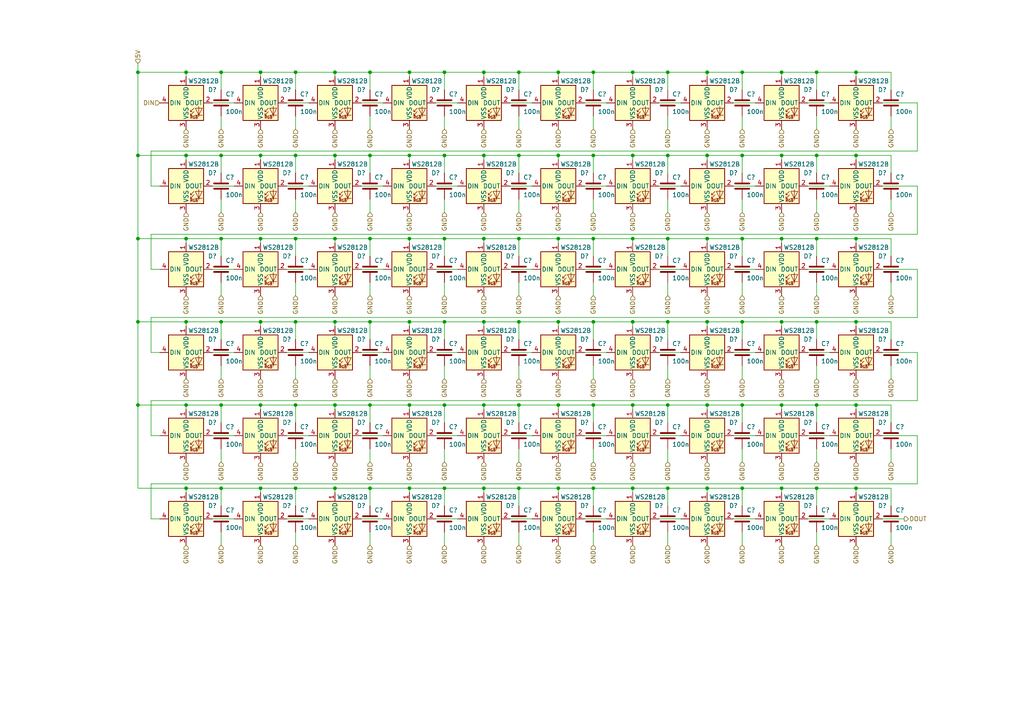
<source format=kicad_sch>
(kicad_sch (version 20211123) (generator eeschema)
  (paper "A4")
  (junction (at 205.105 20.955))
  (junction (at 205.105 117.475))
  (junction (at 236.855 69.215))
  (junction (at 236.855 117.475))
  (junction (at 53.975 117.475))
  (junction (at 215.265 45.085))
  (junction (at 107.315 117.475))
  (junction (at 53.975 20.955))
  (junction (at 193.675 45.085))
  (junction (at 205.105 141.605))
  (junction (at 118.745 93.345))
  (junction (at 183.515 93.345))
  (junction (at 75.565 45.085))
  (junction (at 53.975 93.345))
  (junction (at 150.495 20.955))
  (junction (at 40.005 69.215))
  (junction (at 140.335 93.345))
  (junction (at 150.495 69.215))
  (junction (at 183.515 141.605))
  (junction (at 161.925 20.955))
  (junction (at 97.155 93.345))
  (junction (at 215.265 117.475))
  (junction (at 183.515 69.215))
  (junction (at 85.725 141.605))
  (junction (at 248.285 45.085))
  (junction (at 75.565 69.215))
  (junction (at 97.155 141.605))
  (junction (at 193.675 20.955))
  (junction (at 107.315 69.215))
  (junction (at 128.905 45.085))
  (junction (at 128.905 141.605))
  (junction (at 172.085 117.475))
  (junction (at 248.285 69.215))
  (junction (at 107.315 45.085))
  (junction (at 161.925 93.345))
  (junction (at 97.155 45.085))
  (junction (at 172.085 141.605))
  (junction (at 172.085 93.345))
  (junction (at 248.285 93.345))
  (junction (at 183.515 117.475))
  (junction (at 150.495 117.475))
  (junction (at 140.335 45.085))
  (junction (at 85.725 117.475))
  (junction (at 128.905 117.475))
  (junction (at 85.725 69.215))
  (junction (at 140.335 141.605))
  (junction (at 205.105 45.085))
  (junction (at 64.135 20.955))
  (junction (at 107.315 93.345))
  (junction (at 215.265 93.345))
  (junction (at 236.855 93.345))
  (junction (at 40.005 117.475))
  (junction (at 75.565 117.475))
  (junction (at 75.565 141.605))
  (junction (at 64.135 117.475))
  (junction (at 75.565 93.345))
  (junction (at 215.265 141.605))
  (junction (at 40.005 45.085))
  (junction (at 226.695 69.215))
  (junction (at 118.745 117.475))
  (junction (at 226.695 117.475))
  (junction (at 150.495 93.345))
  (junction (at 97.155 117.475))
  (junction (at 226.695 141.605))
  (junction (at 97.155 20.955))
  (junction (at 248.285 141.605))
  (junction (at 140.335 117.475))
  (junction (at 183.515 20.955))
  (junction (at 118.745 141.605))
  (junction (at 85.725 45.085))
  (junction (at 140.335 69.215))
  (junction (at 128.905 20.955))
  (junction (at 64.135 45.085))
  (junction (at 107.315 20.955))
  (junction (at 205.105 69.215))
  (junction (at 140.335 20.955))
  (junction (at 150.495 141.605))
  (junction (at 53.975 141.605))
  (junction (at 215.265 69.215))
  (junction (at 161.925 141.605))
  (junction (at 172.085 20.955))
  (junction (at 97.155 69.215))
  (junction (at 107.315 141.605))
  (junction (at 40.005 20.955))
  (junction (at 118.745 45.085))
  (junction (at 248.285 20.955))
  (junction (at 193.675 141.605))
  (junction (at 161.925 45.085))
  (junction (at 172.085 69.215))
  (junction (at 183.515 45.085))
  (junction (at 118.745 20.955))
  (junction (at 226.695 45.085))
  (junction (at 205.105 93.345))
  (junction (at 236.855 45.085))
  (junction (at 40.005 93.345))
  (junction (at 128.905 69.215))
  (junction (at 64.135 69.215))
  (junction (at 53.975 45.085))
  (junction (at 85.725 20.955))
  (junction (at 236.855 20.955))
  (junction (at 215.265 20.955))
  (junction (at 150.495 45.085))
  (junction (at 75.565 20.955))
  (junction (at 248.285 117.475))
  (junction (at 64.135 141.605))
  (junction (at 193.675 117.475))
  (junction (at 161.925 69.215))
  (junction (at 226.695 20.955))
  (junction (at 193.675 93.345))
  (junction (at 53.975 69.215))
  (junction (at 236.855 141.605))
  (junction (at 128.905 93.345))
  (junction (at 85.725 93.345))
  (junction (at 118.745 69.215))
  (junction (at 172.085 45.085))
  (junction (at 64.135 93.345))
  (junction (at 193.675 69.215))
  (junction (at 226.695 93.345))
  (junction (at 161.925 117.475))
  (wire (pts (xy 172.085 98.425) (xy 172.085 93.345)))
  (wire (pts (xy 128.905 69.215) (xy 140.335 69.215)))
  (wire (pts (xy 172.085 130.175) (xy 172.085 133.985)))
  (wire (pts (xy 53.975 141.605) (xy 53.975 142.875)))
  (wire (pts (xy 128.905 141.605) (xy 140.335 141.605)))
  (wire (pts (xy 85.725 93.345) (xy 97.155 93.345)))
  (wire (pts (xy 236.855 45.085) (xy 248.285 45.085)))
  (wire (pts (xy 128.905 130.175) (xy 128.905 133.985)))
  (wire (pts (xy 150.495 106.045) (xy 150.495 109.855)))
  (wire (pts (xy 104.775 53.975) (xy 111.125 53.975)))
  (wire (pts (xy 258.445 81.915) (xy 258.445 85.725)))
  (wire (pts (xy 46.355 78.105) (xy 43.815 78.105)))
  (wire (pts (xy 248.285 141.605) (xy 248.285 142.875)))
  (wire (pts (xy 255.905 126.365) (xy 266.065 126.365)))
  (wire (pts (xy 147.955 29.845) (xy 154.305 29.845)))
  (wire (pts (xy 193.675 141.605) (xy 205.105 141.605)))
  (wire (pts (xy 53.975 20.955) (xy 64.135 20.955)))
  (wire (pts (xy 191.135 102.235) (xy 197.485 102.235)))
  (wire (pts (xy 215.265 69.215) (xy 205.105 69.215)))
  (wire (pts (xy 193.675 117.475) (xy 183.515 117.475)))
  (wire (pts (xy 183.515 20.955) (xy 183.515 22.225)))
  (wire (pts (xy 193.675 93.345) (xy 183.515 93.345)))
  (wire (pts (xy 191.135 53.975) (xy 197.485 53.975)))
  (wire (pts (xy 258.445 130.175) (xy 258.445 133.985)))
  (wire (pts (xy 236.855 141.605) (xy 226.695 141.605)))
  (wire (pts (xy 128.905 117.475) (xy 140.335 117.475)))
  (wire (pts (xy 215.265 26.035) (xy 215.265 20.955)))
  (wire (pts (xy 172.085 93.345) (xy 161.925 93.345)))
  (wire (pts (xy 75.565 20.955) (xy 75.565 22.225)))
  (wire (pts (xy 83.185 53.975) (xy 89.535 53.975)))
  (wire (pts (xy 85.725 93.345) (xy 75.565 93.345)))
  (wire (pts (xy 64.135 33.655) (xy 64.135 37.465)))
  (wire (pts (xy 97.155 69.215) (xy 97.155 70.485)))
  (wire (pts (xy 107.315 130.175) (xy 107.315 133.985)))
  (wire (pts (xy 161.925 117.475) (xy 161.925 118.745)))
  (wire (pts (xy 128.905 146.685) (xy 128.905 141.605)))
  (wire (pts (xy 172.085 69.215) (xy 161.925 69.215)))
  (wire (pts (xy 258.445 98.425) (xy 258.445 93.345)))
  (wire (pts (xy 53.975 20.955) (xy 53.975 22.225)))
  (wire (pts (xy 169.545 29.845) (xy 175.895 29.845)))
  (wire (pts (xy 128.905 57.785) (xy 128.905 61.595)))
  (wire (pts (xy 128.905 81.915) (xy 128.905 85.725)))
  (wire (pts (xy 128.905 106.045) (xy 128.905 109.855)))
  (wire (pts (xy 140.335 93.345) (xy 140.335 94.615)))
  (wire (pts (xy 61.595 126.365) (xy 67.945 126.365)))
  (wire (pts (xy 258.445 74.295) (xy 258.445 69.215)))
  (wire (pts (xy 183.515 69.215) (xy 183.515 70.485)))
  (wire (pts (xy 107.315 69.215) (xy 118.745 69.215)))
  (wire (pts (xy 234.315 126.365) (xy 240.665 126.365)))
  (wire (pts (xy 128.905 74.295) (xy 128.905 69.215)))
  (wire (pts (xy 193.675 57.785) (xy 193.675 61.595)))
  (wire (pts (xy 85.725 74.295) (xy 85.725 69.215)))
  (wire (pts (xy 128.905 98.425) (xy 128.905 93.345)))
  (wire (pts (xy 64.135 93.345) (xy 64.135 98.425)))
  (wire (pts (xy 193.675 74.295) (xy 193.675 69.215)))
  (wire (pts (xy 193.675 50.165) (xy 193.675 45.085)))
  (wire (pts (xy 64.135 20.955) (xy 64.135 26.035)))
  (wire (pts (xy 64.135 81.915) (xy 64.135 85.725)))
  (wire (pts (xy 226.695 93.345) (xy 226.695 94.615)))
  (wire (pts (xy 64.135 141.605) (xy 75.565 141.605)))
  (wire (pts (xy 150.495 33.655) (xy 150.495 37.465)))
  (wire (pts (xy 236.855 154.305) (xy 236.855 158.115)))
  (wire (pts (xy 193.675 122.555) (xy 193.675 117.475)))
  (wire (pts (xy 40.005 18.415) (xy 40.005 20.955)))
  (wire (pts (xy 191.135 126.365) (xy 197.485 126.365)))
  (wire (pts (xy 215.265 117.475) (xy 205.105 117.475)))
  (wire (pts (xy 128.905 117.475) (xy 118.745 117.475)))
  (wire (pts (xy 107.315 141.605) (xy 97.155 141.605)))
  (wire (pts (xy 258.445 146.685) (xy 258.445 141.605)))
  (wire (pts (xy 64.135 45.085) (xy 75.565 45.085)))
  (wire (pts (xy 64.135 117.475) (xy 64.135 122.555)))
  (wire (pts (xy 215.265 69.215) (xy 226.695 69.215)))
  (wire (pts (xy 107.315 69.215) (xy 97.155 69.215)))
  (wire (pts (xy 226.695 69.215) (xy 226.695 70.485)))
  (wire (pts (xy 64.135 130.175) (xy 64.135 133.985)))
  (wire (pts (xy 43.815 150.495) (xy 46.355 150.495)))
  (wire (pts (xy 147.955 102.235) (xy 154.305 102.235)))
  (wire (pts (xy 150.495 69.215) (xy 161.925 69.215)))
  (wire (pts (xy 43.815 67.945) (xy 266.065 67.945)))
  (wire (pts (xy 172.085 20.955) (xy 161.925 20.955)))
  (wire (pts (xy 43.815 126.365) (xy 43.815 116.205)))
  (wire (pts (xy 172.085 33.655) (xy 172.085 37.465)))
  (wire (pts (xy 107.315 57.785) (xy 107.315 61.595)))
  (wire (pts (xy 150.495 122.555) (xy 150.495 117.475)))
  (wire (pts (xy 83.185 29.845) (xy 89.535 29.845)))
  (wire (pts (xy 193.675 146.685) (xy 193.675 141.605)))
  (wire (pts (xy 147.955 126.365) (xy 154.305 126.365)))
  (wire (pts (xy 215.265 57.785) (xy 215.265 61.595)))
  (wire (pts (xy 150.495 20.955) (xy 161.925 20.955)))
  (wire (pts (xy 169.545 78.105) (xy 175.895 78.105)))
  (wire (pts (xy 128.905 45.085) (xy 118.745 45.085)))
  (wire (pts (xy 97.155 45.085) (xy 97.155 46.355)))
  (wire (pts (xy 85.725 141.605) (xy 75.565 141.605)))
  (wire (pts (xy 258.445 45.085) (xy 248.285 45.085)))
  (wire (pts (xy 172.085 117.475) (xy 161.925 117.475)))
  (wire (pts (xy 64.135 69.215) (xy 75.565 69.215)))
  (wire (pts (xy 85.725 20.955) (xy 75.565 20.955)))
  (wire (pts (xy 248.285 117.475) (xy 248.285 118.745)))
  (wire (pts (xy 85.725 117.475) (xy 97.155 117.475)))
  (wire (pts (xy 215.265 122.555) (xy 215.265 117.475)))
  (wire (pts (xy 150.495 26.035) (xy 150.495 20.955)))
  (wire (pts (xy 226.695 117.475) (xy 226.695 118.745)))
  (wire (pts (xy 193.675 20.955) (xy 205.105 20.955)))
  (wire (pts (xy 193.675 45.085) (xy 205.105 45.085)))
  (wire (pts (xy 234.315 102.235) (xy 240.665 102.235)))
  (wire (pts (xy 53.975 69.215) (xy 53.975 70.485)))
  (wire (pts (xy 126.365 102.235) (xy 132.715 102.235)))
  (wire (pts (xy 236.855 74.295) (xy 236.855 69.215)))
  (wire (pts (xy 126.365 29.845) (xy 132.715 29.845)))
  (wire (pts (xy 97.155 93.345) (xy 97.155 94.615)))
  (wire (pts (xy 150.495 81.915) (xy 150.495 85.725)))
  (wire (pts (xy 40.005 141.605) (xy 53.975 141.605)))
  (wire (pts (xy 150.495 93.345) (xy 161.925 93.345)))
  (wire (pts (xy 40.005 69.215) (xy 53.975 69.215)))
  (wire (pts (xy 107.315 106.045) (xy 107.315 109.855)))
  (wire (pts (xy 169.545 53.975) (xy 175.895 53.975)))
  (wire (pts (xy 107.315 117.475) (xy 118.745 117.475)))
  (wire (pts (xy 234.315 29.845) (xy 240.665 29.845)))
  (wire (pts (xy 107.315 26.035) (xy 107.315 20.955)))
  (wire (pts (xy 107.315 146.685) (xy 107.315 141.605)))
  (wire (pts (xy 266.065 116.205) (xy 266.065 102.235)))
  (wire (pts (xy 107.315 98.425) (xy 107.315 93.345)))
  (wire (pts (xy 126.365 150.495) (xy 132.715 150.495)))
  (wire (pts (xy 266.065 78.105) (xy 266.065 92.075)))
  (wire (pts (xy 150.495 117.475) (xy 140.335 117.475)))
  (wire (pts (xy 212.725 102.235) (xy 219.075 102.235)))
  (wire (pts (xy 75.565 69.215) (xy 75.565 70.485)))
  (wire (pts (xy 205.105 45.085) (xy 205.105 46.355)))
  (wire (pts (xy 215.265 146.685) (xy 215.265 141.605)))
  (wire (pts (xy 140.335 45.085) (xy 140.335 46.355)))
  (wire (pts (xy 212.725 150.495) (xy 219.075 150.495)))
  (wire (pts (xy 150.495 98.425) (xy 150.495 93.345)))
  (wire (pts (xy 172.085 106.045) (xy 172.085 109.855)))
  (wire (pts (xy 61.595 150.495) (xy 67.945 150.495)))
  (wire (pts (xy 266.065 92.075) (xy 43.815 92.075)))
  (wire (pts (xy 255.905 29.845) (xy 266.065 29.845)))
  (wire (pts (xy 205.105 117.475) (xy 205.105 118.745)))
  (wire (pts (xy 107.315 74.295) (xy 107.315 69.215)))
  (wire (pts (xy 53.975 117.475) (xy 53.975 118.745)))
  (wire (pts (xy 193.675 33.655) (xy 193.675 37.465)))
  (wire (pts (xy 150.495 74.295) (xy 150.495 69.215)))
  (wire (pts (xy 61.595 102.235) (xy 67.945 102.235)))
  (wire (pts (xy 128.905 122.555) (xy 128.905 117.475)))
  (wire (pts (xy 226.695 45.085) (xy 226.695 46.355)))
  (wire (pts (xy 85.725 146.685) (xy 85.725 141.605)))
  (wire (pts (xy 236.855 81.915) (xy 236.855 85.725)))
  (wire (pts (xy 258.445 106.045) (xy 258.445 109.855)))
  (wire (pts (xy 183.515 93.345) (xy 183.515 94.615)))
  (wire (pts (xy 236.855 117.475) (xy 248.285 117.475)))
  (wire (pts (xy 234.315 78.105) (xy 240.665 78.105)))
  (wire (pts (xy 191.135 150.495) (xy 197.485 150.495)))
  (wire (pts (xy 53.975 69.215) (xy 64.135 69.215)))
  (wire (pts (xy 236.855 69.215) (xy 248.285 69.215)))
  (wire (pts (xy 126.365 78.105) (xy 132.715 78.105)))
  (wire (pts (xy 40.005 93.345) (xy 53.975 93.345)))
  (wire (pts (xy 107.315 154.305) (xy 107.315 158.115)))
  (wire (pts (xy 107.315 117.475) (xy 97.155 117.475)))
  (wire (pts (xy 140.335 69.215) (xy 140.335 70.485)))
  (wire (pts (xy 147.955 53.975) (xy 154.305 53.975)))
  (wire (pts (xy 85.725 69.215) (xy 97.155 69.215)))
  (wire (pts (xy 236.855 20.955) (xy 248.285 20.955)))
  (wire (pts (xy 255.905 53.975) (xy 266.065 53.975)))
  (wire (pts (xy 248.285 20.955) (xy 248.285 22.225)))
  (wire (pts (xy 236.855 57.785) (xy 236.855 61.595)))
  (wire (pts (xy 236.855 141.605) (xy 248.285 141.605)))
  (wire (pts (xy 215.265 106.045) (xy 215.265 109.855)))
  (wire (pts (xy 215.265 45.085) (xy 205.105 45.085)))
  (wire (pts (xy 169.545 102.235) (xy 175.895 102.235)))
  (wire (pts (xy 61.595 53.975) (xy 67.945 53.975)))
  (wire (pts (xy 215.265 154.305) (xy 215.265 158.115)))
  (wire (pts (xy 107.315 141.605) (xy 118.745 141.605)))
  (wire (pts (xy 150.495 45.085) (xy 161.925 45.085)))
  (wire (pts (xy 104.775 78.105) (xy 111.125 78.105)))
  (wire (pts (xy 40.005 69.215) (xy 40.005 45.085)))
  (wire (pts (xy 226.695 20.955) (xy 226.695 22.225)))
  (wire (pts (xy 236.855 117.475) (xy 226.695 117.475)))
  (wire (pts (xy 205.105 69.215) (xy 205.105 70.485)))
  (wire (pts (xy 128.905 45.085) (xy 140.335 45.085)))
  (wire (pts (xy 266.065 67.945) (xy 266.065 53.975)))
  (wire (pts (xy 172.085 69.215) (xy 183.515 69.215)))
  (wire (pts (xy 150.495 154.305) (xy 150.495 158.115)))
  (wire (pts (xy 193.675 26.035) (xy 193.675 20.955)))
  (wire (pts (xy 75.565 141.605) (xy 75.565 142.875)))
  (wire (pts (xy 40.005 93.345) (xy 40.005 69.215)))
  (wire (pts (xy 258.445 154.305) (xy 258.445 158.115)))
  (wire (pts (xy 64.135 106.045) (xy 64.135 109.855)))
  (wire (pts (xy 172.085 117.475) (xy 183.515 117.475)))
  (wire (pts (xy 169.545 126.365) (xy 175.895 126.365)))
  (wire (pts (xy 40.005 117.475) (xy 40.005 93.345)))
  (wire (pts (xy 107.315 93.345) (xy 118.745 93.345)))
  (wire (pts (xy 75.565 117.475) (xy 75.565 118.745)))
  (wire (pts (xy 193.675 106.045) (xy 193.675 109.855)))
  (wire (pts (xy 258.445 69.215) (xy 248.285 69.215)))
  (wire (pts (xy 83.185 126.365) (xy 89.535 126.365)))
  (wire (pts (xy 64.135 141.605) (xy 64.135 146.685)))
  (wire (pts (xy 193.675 20.955) (xy 183.515 20.955)))
  (wire (pts (xy 183.515 117.475) (xy 183.515 118.745)))
  (wire (pts (xy 43.815 92.075) (xy 43.815 102.235)))
  (wire (pts (xy 205.105 20.955) (xy 205.105 22.225)))
  (wire (pts (xy 85.725 81.915) (xy 85.725 85.725)))
  (wire (pts (xy 266.065 29.845) (xy 266.065 43.815)))
  (wire (pts (xy 236.855 122.555) (xy 236.855 117.475)))
  (wire (pts (xy 258.445 50.165) (xy 258.445 45.085)))
  (wire (pts (xy 212.725 126.365) (xy 219.075 126.365)))
  (wire (pts (xy 85.725 26.035) (xy 85.725 20.955)))
  (wire (pts (xy 150.495 50.165) (xy 150.495 45.085)))
  (wire (pts (xy 248.285 69.215) (xy 248.285 70.485)))
  (wire (pts (xy 191.135 78.105) (xy 197.485 78.105)))
  (wire (pts (xy 234.315 150.495) (xy 240.665 150.495)))
  (wire (pts (xy 53.975 117.475) (xy 64.135 117.475)))
  (wire (pts (xy 97.155 117.475) (xy 97.155 118.745)))
  (wire (pts (xy 161.925 69.215) (xy 161.925 70.485)))
  (wire (pts (xy 140.335 141.605) (xy 140.335 142.875)))
  (wire (pts (xy 215.265 93.345) (xy 226.695 93.345)))
  (wire (pts (xy 172.085 50.165) (xy 172.085 45.085)))
  (wire (pts (xy 258.445 20.955) (xy 248.285 20.955)))
  (wire (pts (xy 64.135 57.785) (xy 64.135 61.595)))
  (wire (pts (xy 53.975 45.085) (xy 53.975 46.355)))
  (wire (pts (xy 64.135 20.955) (xy 75.565 20.955)))
  (wire (pts (xy 172.085 122.555) (xy 172.085 117.475)))
  (wire (pts (xy 150.495 93.345) (xy 140.335 93.345)))
  (wire (pts (xy 205.105 93.345) (xy 205.105 94.615)))
  (wire (pts (xy 215.265 117.475) (xy 226.695 117.475)))
  (wire (pts (xy 85.725 98.425) (xy 85.725 93.345)))
  (wire (pts (xy 193.675 117.475) (xy 205.105 117.475)))
  (wire (pts (xy 43.815 116.205) (xy 266.065 116.205)))
  (wire (pts (xy 107.315 93.345) (xy 97.155 93.345)))
  (wire (pts (xy 234.315 53.975) (xy 240.665 53.975)))
  (wire (pts (xy 172.085 146.685) (xy 172.085 141.605)))
  (wire (pts (xy 215.265 33.655) (xy 215.265 37.465)))
  (wire (pts (xy 128.905 141.605) (xy 118.745 141.605)))
  (wire (pts (xy 215.265 50.165) (xy 215.265 45.085)))
  (wire (pts (xy 248.285 93.345) (xy 248.285 94.615)))
  (wire (pts (xy 85.725 122.555) (xy 85.725 117.475)))
  (wire (pts (xy 140.335 20.955) (xy 140.335 22.225)))
  (wire (pts (xy 172.085 141.605) (xy 161.925 141.605)))
  (wire (pts (xy 215.265 20.955) (xy 226.695 20.955)))
  (wire (pts (xy 128.905 69.215) (xy 118.745 69.215)))
  (wire (pts (xy 172.085 154.305) (xy 172.085 158.115)))
  (wire (pts (xy 53.975 141.605) (xy 64.135 141.605)))
  (wire (pts (xy 83.185 78.105) (xy 89.535 78.105)))
  (wire (pts (xy 236.855 146.685) (xy 236.855 141.605)))
  (wire (pts (xy 161.925 93.345) (xy 161.925 94.615)))
  (wire (pts (xy 64.135 69.215) (xy 64.135 74.295)))
  (wire (pts (xy 85.725 50.165) (xy 85.725 45.085)))
  (wire (pts (xy 85.725 141.605) (xy 97.155 141.605)))
  (wire (pts (xy 85.725 154.305) (xy 85.725 158.115)))
  (wire (pts (xy 40.005 45.085) (xy 40.005 20.955)))
  (wire (pts (xy 150.495 57.785) (xy 150.495 61.595)))
  (wire (pts (xy 64.135 154.305) (xy 64.135 158.115)))
  (wire (pts (xy 97.155 20.955) (xy 97.155 22.225)))
  (wire (pts (xy 118.745 93.345) (xy 118.745 94.615)))
  (wire (pts (xy 64.135 45.085) (xy 64.135 50.165)))
  (wire (pts (xy 46.355 126.365) (xy 43.815 126.365)))
  (wire (pts (xy 172.085 93.345) (xy 183.515 93.345)))
  (wire (pts (xy 118.745 117.475) (xy 118.745 118.745)))
  (wire (pts (xy 215.265 98.425) (xy 215.265 93.345)))
  (wire (pts (xy 183.515 45.085) (xy 183.515 46.355)))
  (wire (pts (xy 236.855 69.215) (xy 226.695 69.215)))
  (wire (pts (xy 118.745 69.215) (xy 118.745 70.485)))
  (wire (pts (xy 64.135 93.345) (xy 75.565 93.345)))
  (wire (pts (xy 61.595 78.105) (xy 67.945 78.105)))
  (wire (pts (xy 215.265 141.605) (xy 205.105 141.605)))
  (wire (pts (xy 128.905 154.305) (xy 128.905 158.115)))
  (wire (pts (xy 150.495 69.215) (xy 140.335 69.215)))
  (wire (pts (xy 140.335 117.475) (xy 140.335 118.745)))
  (wire (pts (xy 150.495 141.605) (xy 161.925 141.605)))
  (wire (pts (xy 215.265 141.605) (xy 226.695 141.605)))
  (wire (pts (xy 150.495 20.955) (xy 140.335 20.955)))
  (wire (pts (xy 248.285 45.085) (xy 248.285 46.355)))
  (wire (pts (xy 258.445 33.655) (xy 258.445 37.465)))
  (wire (pts (xy 118.745 141.605) (xy 118.745 142.875)))
  (wire (pts (xy 255.905 150.495) (xy 262.255 150.495)))
  (wire (pts (xy 169.545 150.495) (xy 175.895 150.495)))
  (wire (pts (xy 172.085 26.035) (xy 172.085 20.955)))
  (wire (pts (xy 266.065 43.815) (xy 43.815 43.815)))
  (wire (pts (xy 107.315 45.085) (xy 97.155 45.085)))
  (wire (pts (xy 43.815 102.235) (xy 46.355 102.235)))
  (wire (pts (xy 193.675 98.425) (xy 193.675 93.345)))
  (wire (pts (xy 128.905 20.955) (xy 140.335 20.955)))
  (wire (pts (xy 83.185 102.235) (xy 89.535 102.235)))
  (wire (pts (xy 85.725 117.475) (xy 75.565 117.475)))
  (wire (pts (xy 236.855 26.035) (xy 236.855 20.955)))
  (wire (pts (xy 53.975 45.085) (xy 64.135 45.085)))
  (wire (pts (xy 43.815 78.105) (xy 43.815 67.945)))
  (wire (pts (xy 43.815 53.975) (xy 46.355 53.975)))
  (wire (pts (xy 215.265 20.955) (xy 205.105 20.955)))
  (wire (pts (xy 107.315 33.655) (xy 107.315 37.465)))
  (wire (pts (xy 193.675 81.915) (xy 193.675 85.725)))
  (wire (pts (xy 258.445 122.555) (xy 258.445 117.475)))
  (wire (pts (xy 258.445 141.605) (xy 248.285 141.605)))
  (wire (pts (xy 128.905 50.165) (xy 128.905 45.085)))
  (wire (pts (xy 150.495 146.685) (xy 150.495 141.605)))
  (wire (pts (xy 258.445 93.345) (xy 248.285 93.345)))
  (wire (pts (xy 226.695 141.605) (xy 226.695 142.875)))
  (wire (pts (xy 236.855 50.165) (xy 236.855 45.085)))
  (wire (pts (xy 53.975 93.345) (xy 53.975 94.615)))
  (wire (pts (xy 85.725 45.085) (xy 75.565 45.085)))
  (wire (pts (xy 236.855 33.655) (xy 236.855 37.465)))
  (wire (pts (xy 75.565 93.345) (xy 75.565 94.615)))
  (wire (pts (xy 212.725 78.105) (xy 219.075 78.105)))
  (wire (pts (xy 107.315 81.915) (xy 107.315 85.725)))
  (wire (pts (xy 85.725 33.655) (xy 85.725 37.465)))
  (wire (pts (xy 266.065 140.335) (xy 43.815 140.335)))
  (wire (pts (xy 128.905 33.655) (xy 128.905 37.465)))
  (wire (pts (xy 150.495 45.085) (xy 140.335 45.085)))
  (wire (pts (xy 85.725 106.045) (xy 85.725 109.855)))
  (wire (pts (xy 258.445 26.035) (xy 258.445 20.955)))
  (wire (pts (xy 104.775 126.365) (xy 111.125 126.365)))
  (wire (pts (xy 53.975 93.345) (xy 64.135 93.345)))
  (wire (pts (xy 85.725 130.175) (xy 85.725 133.985)))
  (wire (pts (xy 205.105 141.605) (xy 205.105 142.875)))
  (wire (pts (xy 107.315 20.955) (xy 97.155 20.955)))
  (wire (pts (xy 40.005 141.605) (xy 40.005 117.475)))
  (wire (pts (xy 40.005 117.475) (xy 53.975 117.475)))
  (wire (pts (xy 107.315 122.555) (xy 107.315 117.475)))
  (wire (pts (xy 255.905 102.235) (xy 266.065 102.235)))
  (wire (pts (xy 236.855 93.345) (xy 248.285 93.345)))
  (wire (pts (xy 172.085 45.085) (xy 183.515 45.085)))
  (wire (pts (xy 104.775 150.495) (xy 111.125 150.495)))
  (wire (pts (xy 107.315 20.955) (xy 118.745 20.955)))
  (wire (pts (xy 172.085 81.915) (xy 172.085 85.725)))
  (wire (pts (xy 126.365 126.365) (xy 132.715 126.365)))
  (wire (pts (xy 147.955 78.105) (xy 154.305 78.105)))
  (wire (pts (xy 83.185 150.495) (xy 89.535 150.495)))
  (wire (pts (xy 40.005 45.085) (xy 53.975 45.085)))
  (wire (pts (xy 193.675 130.175) (xy 193.675 133.985)))
  (wire (pts (xy 85.725 69.215) (xy 75.565 69.215)))
  (wire (pts (xy 40.005 20.955) (xy 53.975 20.955)))
  (wire (pts (xy 118.745 45.085) (xy 118.745 46.355)))
  (wire (pts (xy 193.675 141.605) (xy 183.515 141.605)))
  (wire (pts (xy 193.675 154.305) (xy 193.675 158.115)))
  (wire (pts (xy 183.515 141.605) (xy 183.515 142.875)))
  (wire (pts (xy 172.085 45.085) (xy 161.925 45.085)))
  (wire (pts (xy 193.675 93.345) (xy 205.105 93.345)))
  (wire (pts (xy 107.315 50.165) (xy 107.315 45.085)))
  (wire (pts (xy 126.365 53.975) (xy 132.715 53.975)))
  (wire (pts (xy 150.495 141.605) (xy 140.335 141.605)))
  (wire (pts (xy 161.925 141.605) (xy 161.925 142.875)))
  (wire (pts (xy 107.315 45.085) (xy 118.745 45.085)))
  (wire (pts (xy 75.565 45.085) (xy 75.565 46.355)))
  (wire (pts (xy 43.815 43.815) (xy 43.815 53.975)))
  (wire (pts (xy 191.135 29.845) (xy 197.485 29.845)))
  (wire (pts (xy 85.725 45.085) (xy 97.155 45.085)))
  (wire (pts (xy 64.135 117.475) (xy 75.565 117.475)))
  (wire (pts (xy 236.855 130.175) (xy 236.855 133.985)))
  (wire (pts (xy 236.855 98.425) (xy 236.855 93.345)))
  (wire (pts (xy 85.725 20.955) (xy 97.155 20.955)))
  (wire (pts (xy 258.445 57.785) (xy 258.445 61.595)))
  (wire (pts (xy 150.495 117.475) (xy 161.925 117.475)))
  (wire (pts (xy 104.775 29.845) (xy 111.125 29.845)))
  (wire (pts (xy 236.855 106.045) (xy 236.855 109.855)))
  (wire (pts (xy 128.905 93.345) (xy 140.335 93.345)))
  (wire (pts (xy 215.265 74.295) (xy 215.265 69.215)))
  (wire (pts (xy 193.675 69.215) (xy 205.105 69.215)))
  (wire (pts (xy 172.085 74.295) (xy 172.085 69.215)))
  (wire (pts (xy 236.855 93.345) (xy 226.695 93.345)))
  (wire (pts (xy 85.725 57.785) (xy 85.725 61.595)))
  (wire (pts (xy 104.775 102.235) (xy 111.125 102.235)))
  (wire (pts (xy 161.925 45.085) (xy 161.925 46.355)))
  (wire (pts (xy 161.925 20.955) (xy 161.925 22.225)))
  (wire (pts (xy 172.085 141.605) (xy 183.515 141.605)))
  (wire (pts (xy 61.595 29.845) (xy 67.945 29.845)))
  (wire (pts (xy 215.265 81.915) (xy 215.265 85.725)))
  (wire (pts (xy 236.855 20.955) (xy 226.695 20.955)))
  (wire (pts (xy 193.675 45.085) (xy 183.515 45.085)))
  (wire (pts (xy 212.725 29.845) (xy 219.075 29.845)))
  (wire (pts (xy 255.905 78.105) (xy 266.065 78.105)))
  (wire (pts (xy 258.445 117.475) (xy 248.285 117.475)))
  (wire (pts (xy 128.905 93.345) (xy 118.745 93.345)))
  (wire (pts (xy 147.955 150.495) (xy 154.305 150.495)))
  (wire (pts (xy 266.065 126.365) (xy 266.065 140.335)))
  (wire (pts (xy 43.815 140.335) (xy 43.815 150.495)))
  (wire (pts (xy 215.265 93.345) (xy 205.105 93.345)))
  (wire (pts (xy 128.905 20.955) (xy 118.745 20.955)))
  (wire (pts (xy 193.675 69.215) (xy 183.515 69.215)))
  (wire (pts (xy 150.495 130.175) (xy 150.495 133.985)))
  (wire (pts (xy 172.085 20.955) (xy 183.515 20.955)))
  (wire (pts (xy 215.265 130.175) (xy 215.265 133.985)))
  (wire (pts (xy 172.085 57.785) (xy 172.085 61.595)))
  (wire (pts (xy 128.905 26.035) (xy 128.905 20.955)))
  (wire (pts (xy 97.155 141.605) (xy 97.155 142.875)))
  (wire (pts (xy 118.745 20.955) (xy 118.745 22.225)))
  (wire (pts (xy 212.725 53.975) (xy 219.075 53.975)))
  (wire (pts (xy 236.855 45.085) (xy 226.695 45.085)))
  (wire (pts (xy 215.265 45.085) (xy 226.695 45.085)))
  (hierarchical_label "GND" (shape input) (at 53.975 61.595 270))
  (hierarchical_label "GND" (shape input) (at 183.515 158.115 270))
  (hierarchical_label "GND" (shape input) (at 107.315 133.985 270))
  (hierarchical_label "GND" (shape input) (at 53.975 133.985 270))
  (hierarchical_label "GND" (shape input) (at 226.695 61.595 270))
  (hierarchical_label "GND" (shape input) (at 183.515 61.595 270))
  (hierarchical_label "GND" (shape input) (at 215.265 37.465 270))
  (hierarchical_label "GND" (shape input) (at 226.695 158.115 270))
  (hierarchical_label "GND" (shape input) (at 150.495 37.465 270))
  (hierarchical_label "GND" (shape input) (at 172.085 37.465 270))
  (hierarchical_label "GND" (shape input) (at 161.925 37.465 270))
  (hierarchical_label "GND" (shape input) (at 258.445 109.855 270))
  (hierarchical_label "GND" (shape input) (at 258.445 61.595 270))
  (hierarchical_label "GND" (shape input) (at 75.565 109.855 270))
  (hierarchical_label "GND" (shape input) (at 118.745 61.595 270))
  (hierarchical_label "GND" (shape input) (at 128.905 133.985 270))
  (hierarchical_label "GND" (shape input) (at 172.085 85.725 270))
  (hierarchical_label "GND" (shape input) (at 64.135 109.855 270))
  (hierarchical_label "GND" (shape input) (at 64.135 133.985 270))
  (hierarchical_label "GND" (shape input) (at 172.085 158.115 270))
  (hierarchical_label "GND" (shape input) (at 75.565 61.595 270))
  (hierarchical_label "GND" (shape input) (at 118.745 133.985 270))
  (hierarchical_label "DOUT" (shape output) (at 262.255 150.495 0))
  (hierarchical_label "GND" (shape input) (at 150.495 85.725 270))
  (hierarchical_label "GND" (shape input) (at 140.335 109.855 270))
  (hierarchical_label "GND" (shape input) (at 97.155 85.725 270))
  (hierarchical_label "GND" (shape input) (at 236.855 85.725 270))
  (hierarchical_label "GND" (shape input) (at 118.745 37.465 270))
  (hierarchical_label "GND" (shape input) (at 193.675 133.985 270))
  (hierarchical_label "GND" (shape input) (at 107.315 158.115 270))
  (hierarchical_label "GND" (shape input) (at 205.105 37.465 270))
  (hierarchical_label "GND" (shape input) (at 140.335 61.595 270))
  (hierarchical_label "GND" (shape input) (at 161.925 158.115 270))
  (hierarchical_label "GND" (shape input) (at 97.155 109.855 270))
  (hierarchical_label "GND" (shape input) (at 172.085 133.985 270))
  (hierarchical_label "GND" (shape input) (at 258.445 37.465 270))
  (hierarchical_label "GND" (shape input) (at 64.135 85.725 270))
  (hierarchical_label "GND" (shape input) (at 53.975 158.115 270))
  (hierarchical_label "GND" (shape input) (at 215.265 61.595 270))
  (hierarchical_label "GND" (shape input) (at 53.975 109.855 270))
  (hierarchical_label "GND" (shape input) (at 64.135 37.465 270))
  (hierarchical_label "GND" (shape input) (at 161.925 133.985 270))
  (hierarchical_label "GND" (shape input) (at 226.695 37.465 270))
  (hierarchical_label "GND" (shape input) (at 205.105 109.855 270))
  (hierarchical_label "GND" (shape input) (at 226.695 109.855 270))
  (hierarchical_label "GND" (shape input) (at 193.675 109.855 270))
  (hierarchical_label "GND" (shape input) (at 150.495 133.985 270))
  (hierarchical_label "GND" (shape input) (at 236.855 61.595 270))
  (hierarchical_label "GND" (shape input) (at 183.515 85.725 270))
  (hierarchical_label "GND" (shape input) (at 97.155 37.465 270))
  (hierarchical_label "GND" (shape input) (at 183.515 109.855 270))
  (hierarchical_label "GND" (shape input) (at 236.855 133.985 270))
  (hierarchical_label "GND" (shape input) (at 258.445 133.985 270))
  (hierarchical_label "GND" (shape input) (at 75.565 37.465 270))
  (hierarchical_label "GND" (shape input) (at 248.285 109.855 270))
  (hierarchical_label "GND" (shape input) (at 183.515 133.985 270))
  (hierarchical_label "GND" (shape input) (at 85.725 37.465 270))
  (hierarchical_label "GND" (shape input) (at 248.285 37.465 270))
  (hierarchical_label "GND" (shape input) (at 150.495 158.115 270))
  (hierarchical_label "GND" (shape input) (at 258.445 85.725 270))
  (hierarchical_label "GND" (shape input) (at 161.925 109.855 270))
  (hierarchical_label "GND" (shape input) (at 128.905 85.725 270))
  (hierarchical_label "GND" (shape input) (at 215.265 109.855 270))
  (hierarchical_label "GND" (shape input) (at 85.725 85.725 270))
  (hierarchical_label "GND" (shape input) (at 248.285 158.115 270))
  (hierarchical_label "GND" (shape input) (at 150.495 61.595 270))
  (hierarchical_label "GND" (shape input) (at 140.335 37.465 270))
  (hierarchical_label "GND" (shape input) (at 161.925 85.725 270))
  (hierarchical_label "GND" (shape input) (at 236.855 158.115 270))
  (hierarchical_label "GND" (shape input) (at 183.515 37.465 270))
  (hierarchical_label "GND" (shape input) (at 193.675 158.115 270))
  (hierarchical_label "GND" (shape input) (at 128.905 109.855 270))
  (hierarchical_label "GND" (shape input) (at 107.315 109.855 270))
  (hierarchical_label "GND" (shape input) (at 236.855 109.855 270))
  (hierarchical_label "GND" (shape input) (at 64.135 158.115 270))
  (hierarchical_label "GND" (shape input) (at 215.265 85.725 270))
  (hierarchical_label "GND" (shape input) (at 128.905 158.115 270))
  (hierarchical_label "GND" (shape input) (at 172.085 61.595 270))
  (hierarchical_label "GND" (shape input) (at 248.285 133.985 270))
  (hierarchical_label "GND" (shape input) (at 193.675 37.465 270))
  (hierarchical_label "GND" (shape input) (at 97.155 133.985 270))
  (hierarchical_label "GND" (shape input) (at 85.725 133.985 270))
  (hierarchical_label "GND" (shape input) (at 205.105 133.985 270))
  (hierarchical_label "GND" (shape input) (at 226.695 85.725 270))
  (hierarchical_label "GND" (shape input) (at 205.105 61.595 270))
  (hierarchical_label "GND" (shape input) (at 215.265 158.115 270))
  (hierarchical_label "GND" (shape input) (at 64.135 61.595 270))
  (hierarchical_label "GND" (shape input) (at 248.285 61.595 270))
  (hierarchical_label "GND" (shape input) (at 226.695 133.985 270))
  (hierarchical_label "GND" (shape input) (at 107.315 61.595 270))
  (hierarchical_label "GND" (shape input) (at 118.745 109.855 270))
  (hierarchical_label "GND" (shape input) (at 193.675 85.725 270))
  (hierarchical_label "GND" (shape input) (at 85.725 61.595 270))
  (hierarchical_label "DIN" (shape input) (at 46.355 29.845 180))
  (hierarchical_label "GND" (shape input) (at 258.445 158.115 270))
  (hierarchical_label "GND" (shape input) (at 53.975 85.725 270))
  (hierarchical_label "GND" (shape input) (at 118.745 158.115 270))
  (hierarchical_label "GND" (shape input) (at 107.315 37.465 270))
  (hierarchical_label "GND" (shape input) (at 161.925 61.595 270))
  (hierarchical_label "GND" (shape input) (at 85.725 109.855 270))
  (hierarchical_label "GND" (shape input) (at 215.265 133.985 270))
  (hierarchical_label "GND" (shape input) (at 128.905 37.465 270))
  (hierarchical_label "GND" (shape input) (at 248.285 85.725 270))
  (hierarchical_label "GND" (shape input) (at 140.335 85.725 270))
  (hierarchical_label "GND" (shape input) (at 172.085 109.855 270))
  (hierarchical_label "GND" (shape input) (at 236.855 37.465 270))
  (hierarchical_label "GND" (shape input) (at 75.565 85.725 270))
  (hierarchical_label "GND" (shape input) (at 205.105 158.115 270))
  (hierarchical_label "GND" (shape input) (at 205.105 85.725 270))
  (hierarchical_label "GND" (shape input) (at 140.335 133.985 270))
  (hierarchical_label "GND" (shape input) (at 53.975 37.465 270))
  (hierarchical_label "GND" (shape input) (at 85.725 158.115 270))
  (hierarchical_label "GND" (shape input) (at 75.565 133.985 270))
  (hierarchical_label "GND" (shape input) (at 128.905 61.595 270))
  (hierarchical_label "GND" (shape input) (at 150.495 109.855 270))
  (hierarchical_label "5V" (shape input) (at 40.005 18.415 90))
  (hierarchical_label "GND" (shape input) (at 97.155 61.595 270))
  (hierarchical_label "GND" (shape input) (at 140.335 158.115 270))
  (hierarchical_label "GND" (shape input) (at 97.155 158.115 270))
  (hierarchical_label "GND" (shape input) (at 75.565 158.115 270))
  (hierarchical_label "GND" (shape input) (at 107.315 85.725 270))
  (hierarchical_label "GND" (shape input) (at 193.675 61.595 270))
  (hierarchical_label "GND" (shape input) (at 118.745 85.725 270))
  (symbol (lib_id "Device:C") (at 64.135 150.495 0) (unit 1)
    (property "Reference" "C?" (at 65.405 147.955 0) (effects (justify left)))
    (property "Value" "100n" (at 65.405 153.035 0) (effects (justify left)))
    (property "Footprint" "Capacitor_SMD:C_0402_1005Metric" (effects hide))
  )
  (symbol (lib_id "LED:WS2812B") (at 205.105 150.495 0) (unit 1)
    (property "Reference" "D?" (at 212.725 146.685 0))
    (property "Value" "WS2812B" (at 210.185 144.145 0))
    (property "Footprint" "RB3203-Lib:WS2812" (effects hide))
    (property "Datasheet" "https://cdn-shop.adafruit.com/datasheets/WS2812B.pdf" (effects hide))
  )
  (symbol (lib_id "LED:WS2812B") (at 226.695 102.235 0) (unit 1)
    (property "Reference" "D?" (at 234.315 98.425 0))
    (property "Value" "WS2812B" (at 231.775 95.885 0))
    (property "Footprint" "RB3203-Lib:WS2812" (effects hide))
    (property "Datasheet" "https://cdn-shop.adafruit.com/datasheets/WS2812B.pdf" (effects hide))
  )
  (symbol (lib_id "LED:WS2812B") (at 226.695 150.495 0) (unit 1)
    (property "Reference" "D?" (at 234.315 146.685 0))
    (property "Value" "WS2812B" (at 231.775 144.145 0))
    (property "Footprint" "RB3203-Lib:WS2812" (effects hide))
    (property "Datasheet" "https://cdn-shop.adafruit.com/datasheets/WS2812B.pdf" (effects hide))
  )
  (symbol (lib_id "LED:WS2812B") (at 226.695 29.845 0) (unit 1)
    (property "Reference" "D?" (at 234.315 26.035 0))
    (property "Value" "WS2812B" (at 231.775 23.495 0))
    (property "Footprint" "RB3203-Lib:WS2812" (effects hide))
    (property "Datasheet" "https://cdn-shop.adafruit.com/datasheets/WS2812B.pdf" (effects hide))
  )
  (symbol (lib_id "Device:C") (at 215.265 126.365 0) (unit 1)
    (property "Reference" "C?" (at 216.535 123.825 0) (effects (justify left)))
    (property "Value" "100n" (at 216.535 128.905 0) (effects (justify left)))
    (property "Footprint" "Capacitor_SMD:C_0402_1005Metric" (effects hide))
  )
  (symbol (lib_id "Device:C") (at 193.675 53.975 0) (unit 1)
    (property "Reference" "C?" (at 194.945 51.435 0) (effects (justify left)))
    (property "Value" "100n" (at 194.945 56.515 0) (effects (justify left)))
    (property "Footprint" "Capacitor_SMD:C_0402_1005Metric" (effects hide))
  )
  (symbol (lib_id "Device:C") (at 107.315 53.975 0) (unit 1)
    (property "Reference" "C?" (at 108.585 51.435 0) (effects (justify left)))
    (property "Value" "100n" (at 108.585 56.515 0) (effects (justify left)))
    (property "Footprint" "Capacitor_SMD:C_0402_1005Metric" (effects hide))
  )
  (symbol (lib_id "LED:WS2812B") (at 118.745 102.235 0) (unit 1)
    (property "Reference" "D?" (at 126.365 98.425 0))
    (property "Value" "WS2812B" (at 123.825 95.885 0))
    (property "Footprint" "RB3203-Lib:WS2812" (effects hide))
    (property "Datasheet" "https://cdn-shop.adafruit.com/datasheets/WS2812B.pdf" (effects hide))
  )
  (symbol (lib_id "Device:C") (at 215.265 29.845 0) (unit 1)
    (property "Reference" "C?" (at 216.535 27.305 0) (effects (justify left)))
    (property "Value" "100n" (at 216.535 32.385 0) (effects (justify left)))
    (property "Footprint" "Capacitor_SMD:C_0402_1005Metric" (effects hide))
  )
  (symbol (lib_id "LED:WS2812B") (at 75.565 126.365 0) (unit 1)
    (property "Reference" "D?" (at 83.185 122.555 0))
    (property "Value" "WS2812B" (at 80.645 120.015 0))
    (property "Footprint" "RB3203-Lib:WS2812" (effects hide))
    (property "Datasheet" "https://cdn-shop.adafruit.com/datasheets/WS2812B.pdf" (effects hide))
  )
  (symbol (lib_id "Device:C") (at 128.905 53.975 0) (unit 1)
    (property "Reference" "C?" (at 130.175 51.435 0) (effects (justify left)))
    (property "Value" "100n" (at 130.175 56.515 0) (effects (justify left)))
    (property "Footprint" "Capacitor_SMD:C_0402_1005Metric" (effects hide))
  )
  (symbol (lib_id "LED:WS2812B") (at 205.105 126.365 0) (unit 1)
    (property "Reference" "D?" (at 212.725 122.555 0))
    (property "Value" "WS2812B" (at 210.185 120.015 0))
    (property "Footprint" "RB3203-Lib:WS2812" (effects hide))
    (property "Datasheet" "https://cdn-shop.adafruit.com/datasheets/WS2812B.pdf" (effects hide))
  )
  (symbol (lib_id "Device:C") (at 107.315 78.105 0) (unit 1)
    (property "Reference" "C?" (at 108.585 75.565 0) (effects (justify left)))
    (property "Value" "100n" (at 108.585 80.645 0) (effects (justify left)))
    (property "Footprint" "Capacitor_SMD:C_0402_1005Metric" (effects hide))
  )
  (symbol (lib_id "Device:C") (at 215.265 53.975 0) (unit 1)
    (property "Reference" "C?" (at 216.535 51.435 0) (effects (justify left)))
    (property "Value" "100n" (at 216.535 56.515 0) (effects (justify left)))
    (property "Footprint" "Capacitor_SMD:C_0402_1005Metric" (effects hide))
  )
  (symbol (lib_id "Device:C") (at 85.725 126.365 0) (unit 1)
    (property "Reference" "C?" (at 86.995 123.825 0) (effects (justify left)))
    (property "Value" "100n" (at 86.995 128.905 0) (effects (justify left)))
    (property "Footprint" "Capacitor_SMD:C_0402_1005Metric" (effects hide))
  )
  (symbol (lib_id "Device:C") (at 107.315 29.845 0) (unit 1)
    (property "Reference" "C?" (at 108.585 27.305 0) (effects (justify left)))
    (property "Value" "100n" (at 108.585 32.385 0) (effects (justify left)))
    (property "Footprint" "Capacitor_SMD:C_0402_1005Metric" (effects hide))
  )
  (symbol (lib_id "Device:C") (at 128.905 29.845 0) (unit 1)
    (property "Reference" "C?" (at 130.175 27.305 0) (effects (justify left)))
    (property "Value" "100n" (at 130.175 32.385 0) (effects (justify left)))
    (property "Footprint" "Capacitor_SMD:C_0402_1005Metric" (effects hide))
  )
  (symbol (lib_id "LED:WS2812B") (at 118.745 53.975 0) (unit 1)
    (property "Reference" "D?" (at 126.365 50.165 0))
    (property "Value" "WS2812B" (at 123.825 47.625 0))
    (property "Footprint" "RB3203-Lib:WS2812" (effects hide))
    (property "Datasheet" "https://cdn-shop.adafruit.com/datasheets/WS2812B.pdf" (effects hide))
  )
  (symbol (lib_id "LED:WS2812B") (at 205.105 78.105 0) (unit 1)
    (property "Reference" "D?" (at 212.725 74.295 0))
    (property "Value" "WS2812B" (at 210.185 71.755 0))
    (property "Footprint" "RB3203-Lib:WS2812" (effects hide))
    (property "Datasheet" "https://cdn-shop.adafruit.com/datasheets/WS2812B.pdf" (effects hide))
  )
  (symbol (lib_id "Device:C") (at 258.445 102.235 0) (unit 1)
    (property "Reference" "C?" (at 259.715 99.695 0) (effects (justify left)))
    (property "Value" "100n" (at 259.715 104.775 0) (effects (justify left)))
    (property "Footprint" "Capacitor_SMD:C_0402_1005Metric" (effects hide))
  )
  (symbol (lib_id "Device:C") (at 85.725 102.235 0) (unit 1)
    (property "Reference" "C?" (at 86.995 99.695 0) (effects (justify left)))
    (property "Value" "100n" (at 86.995 104.775 0) (effects (justify left)))
    (property "Footprint" "Capacitor_SMD:C_0402_1005Metric" (effects hide))
  )
  (symbol (lib_id "LED:WS2812B") (at 53.975 78.105 0) (unit 1)
    (property "Reference" "D?" (at 61.595 74.295 0))
    (property "Value" "WS2812B" (at 59.055 71.755 0))
    (property "Footprint" "RB3203-Lib:WS2812" (effects hide))
    (property "Datasheet" "https://cdn-shop.adafruit.com/datasheets/WS2812B.pdf" (effects hide))
  )
  (symbol (lib_id "Device:C") (at 193.675 102.235 0) (unit 1)
    (property "Reference" "C?" (at 194.945 99.695 0) (effects (justify left)))
    (property "Value" "100n" (at 194.945 104.775 0) (effects (justify left)))
    (property "Footprint" "Capacitor_SMD:C_0402_1005Metric" (effects hide))
  )
  (symbol (lib_id "LED:WS2812B") (at 75.565 53.975 0) (unit 1)
    (property "Reference" "D?" (at 83.185 50.165 0))
    (property "Value" "WS2812B" (at 80.645 47.625 0))
    (property "Footprint" "RB3203-Lib:WS2812" (effects hide))
    (property "Datasheet" "https://cdn-shop.adafruit.com/datasheets/WS2812B.pdf" (effects hide))
  )
  (symbol (lib_id "Device:C") (at 236.855 78.105 0) (unit 1)
    (property "Reference" "C?" (at 238.125 75.565 0) (effects (justify left)))
    (property "Value" "100n" (at 238.125 80.645 0) (effects (justify left)))
    (property "Footprint" "Capacitor_SMD:C_0402_1005Metric" (effects hide))
  )
  (symbol (lib_id "Device:C") (at 172.085 29.845 0) (unit 1)
    (property "Reference" "C?" (at 173.355 27.305 0) (effects (justify left)))
    (property "Value" "100n" (at 173.355 32.385 0) (effects (justify left)))
    (property "Footprint" "Capacitor_SMD:C_0402_1005Metric" (effects hide))
  )
  (symbol (lib_id "LED:WS2812B") (at 140.335 102.235 0) (unit 1)
    (property "Reference" "D?" (at 147.955 98.425 0))
    (property "Value" "WS2812B" (at 145.415 95.885 0))
    (property "Footprint" "RB3203-Lib:WS2812" (effects hide))
    (property "Datasheet" "https://cdn-shop.adafruit.com/datasheets/WS2812B.pdf" (effects hide))
  )
  (symbol (lib_id "Device:C") (at 172.085 102.235 0) (unit 1)
    (property "Reference" "C?" (at 173.355 99.695 0) (effects (justify left)))
    (property "Value" "100n" (at 173.355 104.775 0) (effects (justify left)))
    (property "Footprint" "Capacitor_SMD:C_0402_1005Metric" (effects hide))
  )
  (symbol (lib_id "LED:WS2812B") (at 97.155 78.105 0) (unit 1)
    (property "Reference" "D?" (at 104.775 74.295 0))
    (property "Value" "WS2812B" (at 102.235 71.755 0))
    (property "Footprint" "RB3203-Lib:WS2812" (effects hide))
    (property "Datasheet" "https://cdn-shop.adafruit.com/datasheets/WS2812B.pdf" (effects hide))
  )
  (symbol (lib_id "LED:WS2812B") (at 97.155 29.845 0) (unit 1)
    (property "Reference" "D?" (at 104.775 26.035 0))
    (property "Value" "WS2812B" (at 102.235 23.495 0))
    (property "Footprint" "RB3203-Lib:WS2812" (effects hide))
    (property "Datasheet" "https://cdn-shop.adafruit.com/datasheets/WS2812B.pdf" (effects hide))
  )
  (symbol (lib_id "LED:WS2812B") (at 140.335 78.105 0) (unit 1)
    (property "Reference" "D?" (at 147.955 74.295 0))
    (property "Value" "WS2812B" (at 145.415 71.755 0))
    (property "Footprint" "RB3203-Lib:WS2812" (effects hide))
    (property "Datasheet" "https://cdn-shop.adafruit.com/datasheets/WS2812B.pdf" (effects hide))
  )
  (symbol (lib_id "LED:WS2812B") (at 75.565 78.105 0) (unit 1)
    (property "Reference" "D?" (at 83.185 74.295 0))
    (property "Value" "WS2812B" (at 80.645 71.755 0))
    (property "Footprint" "RB3203-Lib:WS2812" (effects hide))
    (property "Datasheet" "https://cdn-shop.adafruit.com/datasheets/WS2812B.pdf" (effects hide))
  )
  (symbol (lib_id "Device:C") (at 215.265 150.495 0) (unit 1)
    (property "Reference" "C?" (at 216.535 147.955 0) (effects (justify left)))
    (property "Value" "100n" (at 216.535 153.035 0) (effects (justify left)))
    (property "Footprint" "Capacitor_SMD:C_0402_1005Metric" (effects hide))
  )
  (symbol (lib_id "LED:WS2812B") (at 53.975 150.495 0) (unit 1)
    (property "Reference" "D?" (at 61.595 146.685 0))
    (property "Value" "WS2812B" (at 59.055 144.145 0))
    (property "Footprint" "RB3203-Lib:WS2812" (effects hide))
    (property "Datasheet" "https://cdn-shop.adafruit.com/datasheets/WS2812B.pdf" (effects hide))
  )
  (symbol (lib_id "Device:C") (at 172.085 78.105 0) (unit 1)
    (property "Reference" "C?" (at 173.355 75.565 0) (effects (justify left)))
    (property "Value" "100n" (at 173.355 80.645 0) (effects (justify left)))
    (property "Footprint" "Capacitor_SMD:C_0402_1005Metric" (effects hide))
  )
  (symbol (lib_id "Device:C") (at 64.135 78.105 0) (unit 1)
    (property "Reference" "C?" (at 65.405 75.565 0) (effects (justify left)))
    (property "Value" "100n" (at 65.405 80.645 0) (effects (justify left)))
    (property "Footprint" "Capacitor_SMD:C_0402_1005Metric" (effects hide))
  )
  (symbol (lib_id "LED:WS2812B") (at 226.695 53.975 0) (unit 1)
    (property "Reference" "D?" (at 234.315 50.165 0))
    (property "Value" "WS2812B" (at 231.775 47.625 0))
    (property "Footprint" "RB3203-Lib:WS2812" (effects hide))
    (property "Datasheet" "https://cdn-shop.adafruit.com/datasheets/WS2812B.pdf" (effects hide))
  )
  (symbol (lib_id "Device:C") (at 107.315 102.235 0) (unit 1)
    (property "Reference" "C?" (at 108.585 99.695 0) (effects (justify left)))
    (property "Value" "100n" (at 108.585 104.775 0) (effects (justify left)))
    (property "Footprint" "Capacitor_SMD:C_0402_1005Metric" (effects hide))
  )
  (symbol (lib_id "LED:WS2812B") (at 97.155 126.365 0) (unit 1)
    (property "Reference" "D?" (at 104.775 122.555 0))
    (property "Value" "WS2812B" (at 102.235 120.015 0))
    (property "Footprint" "RB3203-Lib:WS2812" (effects hide))
    (property "Datasheet" "https://cdn-shop.adafruit.com/datasheets/WS2812B.pdf" (effects hide))
  )
  (symbol (lib_id "Device:C") (at 128.905 126.365 0) (unit 1)
    (property "Reference" "C?" (at 130.175 123.825 0) (effects (justify left)))
    (property "Value" "100n" (at 130.175 128.905 0) (effects (justify left)))
    (property "Footprint" "Capacitor_SMD:C_0402_1005Metric" (effects hide))
  )
  (symbol (lib_id "LED:WS2812B") (at 161.925 29.845 0) (unit 1)
    (property "Reference" "D?" (at 169.545 26.035 0))
    (property "Value" "WS2812B" (at 167.005 23.495 0))
    (property "Footprint" "RB3203-Lib:WS2812" (effects hide))
    (property "Datasheet" "https://cdn-shop.adafruit.com/datasheets/WS2812B.pdf" (effects hide))
  )
  (symbol (lib_id "LED:WS2812B") (at 183.515 29.845 0) (unit 1)
    (property "Reference" "D?" (at 191.135 26.035 0))
    (property "Value" "WS2812B" (at 188.595 23.495 0))
    (property "Footprint" "RB3203-Lib:WS2812" (effects hide))
    (property "Datasheet" "https://cdn-shop.adafruit.com/datasheets/WS2812B.pdf" (effects hide))
  )
  (symbol (lib_id "LED:WS2812B") (at 53.975 29.845 0) (unit 1)
    (property "Reference" "D?" (at 61.595 26.035 0))
    (property "Value" "WS2812B" (at 59.055 23.495 0))
    (property "Footprint" "RB3203-Lib:WS2812" (effects hide))
    (property "Datasheet" "https://cdn-shop.adafruit.com/datasheets/WS2812B.pdf" (effects hide))
  )
  (symbol (lib_id "LED:WS2812B") (at 140.335 126.365 0) (unit 1)
    (property "Reference" "D?" (at 147.955 122.555 0))
    (property "Value" "WS2812B" (at 145.415 120.015 0))
    (property "Footprint" "RB3203-Lib:WS2812" (effects hide))
    (property "Datasheet" "https://cdn-shop.adafruit.com/datasheets/WS2812B.pdf" (effects hide))
  )
  (symbol (lib_id "Device:C") (at 193.675 150.495 0) (unit 1)
    (property "Reference" "C?" (at 194.945 147.955 0) (effects (justify left)))
    (property "Value" "100n" (at 194.945 153.035 0) (effects (justify left)))
    (property "Footprint" "Capacitor_SMD:C_0402_1005Metric" (effects hide))
  )
  (symbol (lib_id "LED:WS2812B") (at 248.285 29.845 0) (unit 1)
    (property "Reference" "D?" (at 255.905 26.035 0))
    (property "Value" "WS2812B" (at 253.365 23.495 0))
    (property "Footprint" "RB3203-Lib:WS2812" (effects hide))
    (property "Datasheet" "https://cdn-shop.adafruit.com/datasheets/WS2812B.pdf" (effects hide))
  )
  (symbol (lib_id "Device:C") (at 258.445 78.105 0) (unit 1)
    (property "Reference" "C?" (at 259.715 75.565 0) (effects (justify left)))
    (property "Value" "100n" (at 259.715 80.645 0) (effects (justify left)))
    (property "Footprint" "Capacitor_SMD:C_0402_1005Metric" (effects hide))
  )
  (symbol (lib_id "LED:WS2812B") (at 248.285 150.495 0) (unit 1)
    (property "Reference" "D?" (at 255.905 146.685 0))
    (property "Value" "WS2812B" (at 253.365 144.145 0))
    (property "Footprint" "RB3203-Lib:WS2812" (effects hide))
    (property "Datasheet" "https://cdn-shop.adafruit.com/datasheets/WS2812B.pdf" (effects hide))
  )
  (symbol (lib_id "Device:C") (at 193.675 126.365 0) (unit 1)
    (property "Reference" "C?" (at 194.945 123.825 0) (effects (justify left)))
    (property "Value" "100n" (at 194.945 128.905 0) (effects (justify left)))
    (property "Footprint" "Capacitor_SMD:C_0402_1005Metric" (effects hide))
  )
  (symbol (lib_id "Device:C") (at 107.315 150.495 0) (unit 1)
    (property "Reference" "C?" (at 108.585 147.955 0) (effects (justify left)))
    (property "Value" "100n" (at 108.585 153.035 0) (effects (justify left)))
    (property "Footprint" "Capacitor_SMD:C_0402_1005Metric" (effects hide))
  )
  (symbol (lib_id "LED:WS2812B") (at 183.515 53.975 0) (unit 1)
    (property "Reference" "D?" (at 191.135 50.165 0))
    (property "Value" "WS2812B" (at 188.595 47.625 0))
    (property "Footprint" "RB3203-Lib:WS2812" (effects hide))
    (property "Datasheet" "https://cdn-shop.adafruit.com/datasheets/WS2812B.pdf" (effects hide))
  )
  (symbol (lib_id "LED:WS2812B") (at 226.695 78.105 0) (unit 1)
    (property "Reference" "D?" (at 234.315 74.295 0))
    (property "Value" "WS2812B" (at 231.775 71.755 0))
    (property "Footprint" "RB3203-Lib:WS2812" (effects hide))
    (property "Datasheet" "https://cdn-shop.adafruit.com/datasheets/WS2812B.pdf" (effects hide))
  )
  (symbol (lib_id "LED:WS2812B") (at 140.335 150.495 0) (unit 1)
    (property "Reference" "D?" (at 147.955 146.685 0))
    (property "Value" "WS2812B" (at 145.415 144.145 0))
    (property "Footprint" "RB3203-Lib:WS2812" (effects hide))
    (property "Datasheet" "https://cdn-shop.adafruit.com/datasheets/WS2812B.pdf" (effects hide))
  )
  (symbol (lib_id "LED:WS2812B") (at 248.285 53.975 0) (unit 1)
    (property "Reference" "D?" (at 255.905 50.165 0))
    (property "Value" "WS2812B" (at 253.365 47.625 0))
    (property "Footprint" "RB3203-Lib:WS2812" (effects hide))
    (property "Datasheet" "https://cdn-shop.adafruit.com/datasheets/WS2812B.pdf" (effects hide))
  )
  (symbol (lib_id "LED:WS2812B") (at 75.565 150.495 0) (unit 1)
    (property "Reference" "D?" (at 83.185 146.685 0))
    (property "Value" "WS2812B" (at 80.645 144.145 0))
    (property "Footprint" "RB3203-Lib:WS2812" (effects hide))
    (property "Datasheet" "https://cdn-shop.adafruit.com/datasheets/WS2812B.pdf" (effects hide))
  )
  (symbol (lib_id "Device:C") (at 128.905 150.495 0) (unit 1)
    (property "Reference" "C?" (at 130.175 147.955 0) (effects (justify left)))
    (property "Value" "100n" (at 130.175 153.035 0) (effects (justify left)))
    (property "Footprint" "Capacitor_SMD:C_0402_1005Metric" (effects hide))
  )
  (symbol (lib_id "Device:C") (at 236.855 53.975 0) (unit 1)
    (property "Reference" "C?" (at 238.125 51.435 0) (effects (justify left)))
    (property "Value" "100n" (at 238.125 56.515 0) (effects (justify left)))
    (property "Footprint" "Capacitor_SMD:C_0402_1005Metric" (effects hide))
  )
  (symbol (lib_id "Device:C") (at 128.905 102.235 0) (unit 1)
    (property "Reference" "C?" (at 130.175 99.695 0) (effects (justify left)))
    (property "Value" "100n" (at 130.175 104.775 0) (effects (justify left)))
    (property "Footprint" "Capacitor_SMD:C_0402_1005Metric" (effects hide))
  )
  (symbol (lib_id "LED:WS2812B") (at 53.975 126.365 0) (unit 1)
    (property "Reference" "D?" (at 61.595 122.555 0))
    (property "Value" "WS2812B" (at 59.055 120.015 0))
    (property "Footprint" "RB3203-Lib:WS2812" (effects hide))
    (property "Datasheet" "https://cdn-shop.adafruit.com/datasheets/WS2812B.pdf" (effects hide))
  )
  (symbol (lib_id "Device:C") (at 128.905 78.105 0) (unit 1)
    (property "Reference" "C?" (at 130.175 75.565 0) (effects (justify left)))
    (property "Value" "100n" (at 130.175 80.645 0) (effects (justify left)))
    (property "Footprint" "Capacitor_SMD:C_0402_1005Metric" (effects hide))
  )
  (symbol (lib_id "Device:C") (at 258.445 29.845 0) (unit 1)
    (property "Reference" "C?" (at 259.715 27.305 0) (effects (justify left)))
    (property "Value" "100n" (at 259.715 32.385 0) (effects (justify left)))
    (property "Footprint" "Capacitor_SMD:C_0402_1005Metric" (effects hide))
  )
  (symbol (lib_id "LED:WS2812B") (at 205.105 29.845 0) (unit 1)
    (property "Reference" "D?" (at 212.725 26.035 0))
    (property "Value" "WS2812B" (at 210.185 23.495 0))
    (property "Footprint" "RB3203-Lib:WS2812" (effects hide))
    (property "Datasheet" "https://cdn-shop.adafruit.com/datasheets/WS2812B.pdf" (effects hide))
  )
  (symbol (lib_id "LED:WS2812B") (at 161.925 102.235 0) (unit 1)
    (property "Reference" "D?" (at 169.545 98.425 0))
    (property "Value" "WS2812B" (at 167.005 95.885 0))
    (property "Footprint" "RB3203-Lib:WS2812" (effects hide))
    (property "Datasheet" "https://cdn-shop.adafruit.com/datasheets/WS2812B.pdf" (effects hide))
  )
  (symbol (lib_id "Device:C") (at 150.495 78.105 0) (unit 1)
    (property "Reference" "C?" (at 151.765 75.565 0) (effects (justify left)))
    (property "Value" "100n" (at 151.765 80.645 0) (effects (justify left)))
    (property "Footprint" "Capacitor_SMD:C_0402_1005Metric" (effects hide))
  )
  (symbol (lib_id "Device:C") (at 150.495 29.845 0) (unit 1)
    (property "Reference" "C?" (at 151.765 27.305 0) (effects (justify left)))
    (property "Value" "100n" (at 151.765 32.385 0) (effects (justify left)))
    (property "Footprint" "Capacitor_SMD:C_0402_1005Metric" (effects hide))
  )
  (symbol (lib_id "Device:C") (at 236.855 102.235 0) (unit 1)
    (property "Reference" "C?" (at 238.125 99.695 0) (effects (justify left)))
    (property "Value" "100n" (at 238.125 104.775 0) (effects (justify left)))
    (property "Footprint" "Capacitor_SMD:C_0402_1005Metric" (effects hide))
  )
  (symbol (lib_id "LED:WS2812B") (at 183.515 126.365 0) (unit 1)
    (property "Reference" "D?" (at 191.135 122.555 0))
    (property "Value" "WS2812B" (at 188.595 120.015 0))
    (property "Footprint" "RB3203-Lib:WS2812" (effects hide))
    (property "Datasheet" "https://cdn-shop.adafruit.com/datasheets/WS2812B.pdf" (effects hide))
  )
  (symbol (lib_id "Device:C") (at 193.675 78.105 0) (unit 1)
    (property "Reference" "C?" (at 194.945 75.565 0) (effects (justify left)))
    (property "Value" "100n" (at 194.945 80.645 0) (effects (justify left)))
    (property "Footprint" "Capacitor_SMD:C_0402_1005Metric" (effects hide))
  )
  (symbol (lib_id "Device:C") (at 236.855 150.495 0) (unit 1)
    (property "Reference" "C?" (at 238.125 147.955 0) (effects (justify left)))
    (property "Value" "100n" (at 238.125 153.035 0) (effects (justify left)))
    (property "Footprint" "Capacitor_SMD:C_0402_1005Metric" (effects hide))
  )
  (symbol (lib_id "Device:C") (at 150.495 53.975 0) (unit 1)
    (property "Reference" "C?" (at 151.765 51.435 0) (effects (justify left)))
    (property "Value" "100n" (at 151.765 56.515 0) (effects (justify left)))
    (property "Footprint" "Capacitor_SMD:C_0402_1005Metric" (effects hide))
  )
  (symbol (lib_id "LED:WS2812B") (at 118.745 150.495 0) (unit 1)
    (property "Reference" "D?" (at 126.365 146.685 0))
    (property "Value" "WS2812B" (at 123.825 144.145 0))
    (property "Footprint" "RB3203-Lib:WS2812" (effects hide))
    (property "Datasheet" "https://cdn-shop.adafruit.com/datasheets/WS2812B.pdf" (effects hide))
  )
  (symbol (lib_id "Device:C") (at 85.725 78.105 0) (unit 1)
    (property "Reference" "C?" (at 86.995 75.565 0) (effects (justify left)))
    (property "Value" "100n" (at 86.995 80.645 0) (effects (justify left)))
    (property "Footprint" "Capacitor_SMD:C_0402_1005Metric" (effects hide))
  )
  (symbol (lib_id "LED:WS2812B") (at 75.565 102.235 0) (unit 1)
    (property "Reference" "D?" (at 83.185 98.425 0))
    (property "Value" "WS2812B" (at 80.645 95.885 0))
    (property "Footprint" "RB3203-Lib:WS2812" (effects hide))
    (property "Datasheet" "https://cdn-shop.adafruit.com/datasheets/WS2812B.pdf" (effects hide))
  )
  (symbol (lib_id "LED:WS2812B") (at 118.745 126.365 0) (unit 1)
    (property "Reference" "D?" (at 126.365 122.555 0))
    (property "Value" "WS2812B" (at 123.825 120.015 0))
    (property "Footprint" "RB3203-Lib:WS2812" (effects hide))
    (property "Datasheet" "https://cdn-shop.adafruit.com/datasheets/WS2812B.pdf" (effects hide))
  )
  (symbol (lib_id "LED:WS2812B") (at 53.975 53.975 0) (unit 1)
    (property "Reference" "D?" (at 61.595 50.165 0))
    (property "Value" "WS2812B" (at 59.055 47.625 0))
    (property "Footprint" "RB3203-Lib:WS2812" (effects hide))
    (property "Datasheet" "https://cdn-shop.adafruit.com/datasheets/WS2812B.pdf" (effects hide))
  )
  (symbol (lib_id "LED:WS2812B") (at 161.925 150.495 0) (unit 1)
    (property "Reference" "D?" (at 169.545 146.685 0))
    (property "Value" "WS2812B" (at 167.005 144.145 0))
    (property "Footprint" "RB3203-Lib:WS2812" (effects hide))
    (property "Datasheet" "https://cdn-shop.adafruit.com/datasheets/WS2812B.pdf" (effects hide))
  )
  (symbol (lib_id "LED:WS2812B") (at 248.285 78.105 0) (unit 1)
    (property "Reference" "D?" (at 255.905 74.295 0))
    (property "Value" "WS2812B" (at 253.365 71.755 0))
    (property "Footprint" "RB3203-Lib:WS2812" (effects hide))
    (property "Datasheet" "https://cdn-shop.adafruit.com/datasheets/WS2812B.pdf" (effects hide))
  )
  (symbol (lib_id "Device:C") (at 215.265 78.105 0) (unit 1)
    (property "Reference" "C?" (at 216.535 75.565 0) (effects (justify left)))
    (property "Value" "100n" (at 216.535 80.645 0) (effects (justify left)))
    (property "Footprint" "Capacitor_SMD:C_0402_1005Metric" (effects hide))
  )
  (symbol (lib_id "Device:C") (at 172.085 53.975 0) (unit 1)
    (property "Reference" "C?" (at 173.355 51.435 0) (effects (justify left)))
    (property "Value" "100n" (at 173.355 56.515 0) (effects (justify left)))
    (property "Footprint" "Capacitor_SMD:C_0402_1005Metric" (effects hide))
  )
  (symbol (lib_id "LED:WS2812B") (at 118.745 29.845 0) (unit 1)
    (property "Reference" "D?" (at 126.365 26.035 0))
    (property "Value" "WS2812B" (at 123.825 23.495 0))
    (property "Footprint" "RB3203-Lib:WS2812" (effects hide))
    (property "Datasheet" "https://cdn-shop.adafruit.com/datasheets/WS2812B.pdf" (effects hide))
  )
  (symbol (lib_id "LED:WS2812B") (at 248.285 126.365 0) (unit 1)
    (property "Reference" "D?" (at 255.905 122.555 0))
    (property "Value" "WS2812B" (at 253.365 120.015 0))
    (property "Footprint" "RB3203-Lib:WS2812" (effects hide))
    (property "Datasheet" "https://cdn-shop.adafruit.com/datasheets/WS2812B.pdf" (effects hide))
  )
  (symbol (lib_id "Device:C") (at 236.855 126.365 0) (unit 1)
    (property "Reference" "C?" (at 238.125 123.825 0) (effects (justify left)))
    (property "Value" "100n" (at 238.125 128.905 0) (effects (justify left)))
    (property "Footprint" "Capacitor_SMD:C_0402_1005Metric" (effects hide))
  )
  (symbol (lib_id "Device:C") (at 172.085 150.495 0) (unit 1)
    (property "Reference" "C?" (at 173.355 147.955 0) (effects (justify left)))
    (property "Value" "100n" (at 173.355 153.035 0) (effects (justify left)))
    (property "Footprint" "Capacitor_SMD:C_0402_1005Metric" (effects hide))
  )
  (symbol (lib_id "LED:WS2812B") (at 161.925 78.105 0) (unit 1)
    (property "Reference" "D?" (at 169.545 74.295 0))
    (property "Value" "WS2812B" (at 167.005 71.755 0))
    (property "Footprint" "RB3203-Lib:WS2812" (effects hide))
    (property "Datasheet" "https://cdn-shop.adafruit.com/datasheets/WS2812B.pdf" (effects hide))
  )
  (symbol (lib_id "LED:WS2812B") (at 183.515 78.105 0) (unit 1)
    (property "Reference" "D?" (at 191.135 74.295 0))
    (property "Value" "WS2812B" (at 188.595 71.755 0))
    (property "Footprint" "RB3203-Lib:WS2812" (effects hide))
    (property "Datasheet" "https://cdn-shop.adafruit.com/datasheets/WS2812B.pdf" (effects hide))
  )
  (symbol (lib_id "Device:C") (at 85.725 29.845 0) (unit 1)
    (property "Reference" "C?" (at 86.995 27.305 0) (effects (justify left)))
    (property "Value" "100n" (at 86.995 32.385 0) (effects (justify left)))
    (property "Footprint" "Capacitor_SMD:C_0402_1005Metric" (effects hide))
  )
  (symbol (lib_id "Device:C") (at 107.315 126.365 0) (unit 1)
    (property "Reference" "C?" (at 108.585 123.825 0) (effects (justify left)))
    (property "Value" "100n" (at 108.585 128.905 0) (effects (justify left)))
    (property "Footprint" "Capacitor_SMD:C_0402_1005Metric" (effects hide))
  )
  (symbol (lib_id "LED:WS2812B") (at 226.695 126.365 0) (unit 1)
    (property "Reference" "D?" (at 234.315 122.555 0))
    (property "Value" "WS2812B" (at 231.775 120.015 0))
    (property "Footprint" "RB3203-Lib:WS2812" (effects hide))
    (property "Datasheet" "https://cdn-shop.adafruit.com/datasheets/WS2812B.pdf" (effects hide))
  )
  (symbol (lib_id "Device:C") (at 215.265 102.235 0) (unit 1)
    (property "Reference" "C?" (at 216.535 99.695 0) (effects (justify left)))
    (property "Value" "100n" (at 216.535 104.775 0) (effects (justify left)))
    (property "Footprint" "Capacitor_SMD:C_0402_1005Metric" (effects hide))
  )
  (symbol (lib_id "LED:WS2812B") (at 97.155 53.975 0) (unit 1)
    (property "Reference" "D?" (at 104.775 50.165 0))
    (property "Value" "WS2812B" (at 102.235 47.625 0))
    (property "Footprint" "RB3203-Lib:WS2812" (effects hide))
    (property "Datasheet" "https://cdn-shop.adafruit.com/datasheets/WS2812B.pdf" (effects hide))
  )
  (symbol (lib_id "LED:WS2812B") (at 161.925 53.975 0) (unit 1)
    (property "Reference" "D?" (at 169.545 50.165 0))
    (property "Value" "WS2812B" (at 167.005 47.625 0))
    (property "Footprint" "RB3203-Lib:WS2812" (effects hide))
    (property "Datasheet" "https://cdn-shop.adafruit.com/datasheets/WS2812B.pdf" (effects hide))
  )
  (symbol (lib_id "Device:C") (at 193.675 29.845 0) (unit 1)
    (property "Reference" "C?" (at 194.945 27.305 0) (effects (justify left)))
    (property "Value" "100n" (at 194.945 32.385 0) (effects (justify left)))
    (property "Footprint" "Capacitor_SMD:C_0402_1005Metric" (effects hide))
  )
  (symbol (lib_id "LED:WS2812B") (at 205.105 53.975 0) (unit 1)
    (property "Reference" "D?" (at 212.725 50.165 0))
    (property "Value" "WS2812B" (at 210.185 47.625 0))
    (property "Footprint" "RB3203-Lib:WS2812" (effects hide))
    (property "Datasheet" "https://cdn-shop.adafruit.com/datasheets/WS2812B.pdf" (effects hide))
  )
  (symbol (lib_id "Device:C") (at 85.725 53.975 0) (unit 1)
    (property "Reference" "C?" (at 86.995 51.435 0) (effects (justify left)))
    (property "Value" "100n" (at 86.995 56.515 0) (effects (justify left)))
    (property "Footprint" "Capacitor_SMD:C_0402_1005Metric" (effects hide))
  )
  (symbol (lib_id "LED:WS2812B") (at 97.155 150.495 0) (unit 1)
    (property "Reference" "D?" (at 104.775 146.685 0))
    (property "Value" "WS2812B" (at 102.235 144.145 0))
    (property "Footprint" "RB3203-Lib:WS2812" (effects hide))
    (property "Datasheet" "https://cdn-shop.adafruit.com/datasheets/WS2812B.pdf" (effects hide))
  )
  (symbol (lib_id "LED:WS2812B") (at 140.335 53.975 0) (unit 1)
    (property "Reference" "D?" (at 147.955 50.165 0))
    (property "Value" "WS2812B" (at 145.415 47.625 0))
    (property "Footprint" "RB3203-Lib:WS2812" (effects hide))
    (property "Datasheet" "https://cdn-shop.adafruit.com/datasheets/WS2812B.pdf" (effects hide))
  )
  (symbol (lib_id "LED:WS2812B") (at 248.285 102.235 0) (unit 1)
    (property "Reference" "D?" (at 255.905 98.425 0))
    (property "Value" "WS2812B" (at 253.365 95.885 0))
    (property "Footprint" "RB3203-Lib:WS2812" (effects hide))
    (property "Datasheet" "https://cdn-shop.adafruit.com/datasheets/WS2812B.pdf" (effects hide))
  )
  (symbol (lib_id "Device:C") (at 150.495 102.235 0) (unit 1)
    (property "Reference" "C?" (at 151.765 99.695 0) (effects (justify left)))
    (property "Value" "100n" (at 151.765 104.775 0) (effects (justify left)))
    (property "Footprint" "Capacitor_SMD:C_0402_1005Metric" (effects hide))
  )
  (symbol (lib_id "Device:C") (at 172.085 126.365 0) (unit 1)
    (property "Reference" "C?" (at 173.355 123.825 0) (effects (justify left)))
    (property "Value" "100n" (at 173.355 128.905 0) (effects (justify left)))
    (property "Footprint" "Capacitor_SMD:C_0402_1005Metric" (effects hide))
  )
  (symbol (lib_id "Device:C") (at 64.135 53.975 0) (unit 1)
    (property "Reference" "C?" (at 65.405 51.435 0) (effects (justify left)))
    (property "Value" "100n" (at 65.405 56.515 0) (effects (justify left)))
    (property "Footprint" "Capacitor_SMD:C_0402_1005Metric" (effects hide))
  )
  (symbol (lib_id "LED:WS2812B") (at 97.155 102.235 0) (unit 1)
    (property "Reference" "D?" (at 104.775 98.425 0))
    (property "Value" "WS2812B" (at 102.235 95.885 0))
    (property "Footprint" "RB3203-Lib:WS2812" (effects hide))
    (property "Datasheet" "https://cdn-shop.adafruit.com/datasheets/WS2812B.pdf" (effects hide))
  )
  (symbol (lib_id "Device:C") (at 236.855 29.845 0) (unit 1)
    (property "Reference" "C?" (at 238.125 27.305 0) (effects (justify left)))
    (property "Value" "100n" (at 238.125 32.385 0) (effects (justify left)))
    (property "Footprint" "Capacitor_SMD:C_0402_1005Metric" (effects hide))
  )
  (symbol (lib_id "LED:WS2812B") (at 205.105 102.235 0) (unit 1)
    (property "Reference" "D?" (at 212.725 98.425 0))
    (property "Value" "WS2812B" (at 210.185 95.885 0))
    (property "Footprint" "RB3203-Lib:WS2812" (effects hide))
    (property "Datasheet" "https://cdn-shop.adafruit.com/datasheets/WS2812B.pdf" (effects hide))
  )
  (symbol (lib_id "Device:C") (at 64.135 102.235 0) (unit 1)
    (property "Reference" "C?" (at 65.405 99.695 0) (effects (justify left)))
    (property "Value" "100n" (at 65.405 104.775 0) (effects (justify left)))
    (property "Footprint" "Capacitor_SMD:C_0402_1005Metric" (effects hide))
  )
  (symbol (lib_id "Device:C") (at 258.445 150.495 0) (unit 1)
    (property "Reference" "C?" (at 259.715 147.955 0) (effects (justify left)))
    (property "Value" "100n" (at 259.715 153.035 0) (effects (justify left)))
    (property "Footprint" "Capacitor_SMD:C_0402_1005Metric" (effects hide))
  )
  (symbol (lib_id "LED:WS2812B") (at 161.925 126.365 0) (unit 1)
    (property "Reference" "D?" (at 169.545 122.555 0))
    (property "Value" "WS2812B" (at 167.005 120.015 0))
    (property "Footprint" "RB3203-Lib:WS2812" (effects hide))
    (property "Datasheet" "https://cdn-shop.adafruit.com/datasheets/WS2812B.pdf" (effects hide))
  )
  (symbol (lib_id "Device:C") (at 258.445 53.975 0) (unit 1)
    (property "Reference" "C?" (at 259.715 51.435 0) (effects (justify left)))
    (property "Value" "100n" (at 259.715 56.515 0) (effects (justify left)))
    (property "Footprint" "Capacitor_SMD:C_0402_1005Metric" (effects hide))
  )
  (symbol (lib_id "LED:WS2812B") (at 118.745 78.105 0) (unit 1)
    (property "Reference" "D?" (at 126.365 74.295 0))
    (property "Value" "WS2812B" (at 123.825 71.755 0))
    (property "Footprint" "RB3203-Lib:WS2812" (effects hide))
    (property "Datasheet" "https://cdn-shop.adafruit.com/datasheets/WS2812B.pdf" (effects hide))
  )
  (symbol (lib_id "Device:C") (at 64.135 126.365 0) (unit 1)
    (property "Reference" "C?" (at 65.405 123.825 0) (effects (justify left)))
    (property "Value" "100n" (at 65.405 128.905 0) (effects (justify left)))
    (property "Footprint" "Capacitor_SMD:C_0402_1005Metric" (effects hide))
  )
  (symbol (lib_id "LED:WS2812B") (at 183.515 150.495 0) (unit 1)
    (property "Reference" "D?" (at 191.135 146.685 0))
    (property "Value" "WS2812B" (at 188.595 144.145 0))
    (property "Footprint" "RB3203-Lib:WS2812" (effects hide))
    (property "Datasheet" "https://cdn-shop.adafruit.com/datasheets/WS2812B.pdf" (effects hide))
  )
  (symbol (lib_id "Device:C") (at 150.495 150.495 0) (unit 1)
    (property "Reference" "C?" (at 151.765 147.955 0) (effects (justify left)))
    (property "Value" "100n" (at 151.765 153.035 0) (effects (justify left)))
    (property "Footprint" "Capacitor_SMD:C_0402_1005Metric" (effects hide))
  )
  (symbol (lib_id "LED:WS2812B") (at 75.565 29.845 0) (unit 1)
    (property "Reference" "D?" (at 83.185 26.035 0))
    (property "Value" "WS2812B" (at 80.645 23.495 0))
    (property "Footprint" "RB3203-Lib:WS2812" (effects hide))
    (property "Datasheet" "https://cdn-shop.adafruit.com/datasheets/WS2812B.pdf" (effects hide))
  )
  (symbol (lib_id "Device:C") (at 150.495 126.365 0) (unit 1)
    (property "Reference" "C?" (at 151.765 123.825 0) (effects (justify left)))
    (property "Value" "100n" (at 151.765 128.905 0) (effects (justify left)))
    (property "Footprint" "Capacitor_SMD:C_0402_1005Metric" (effects hide))
  )
  (symbol (lib_id "LED:WS2812B") (at 183.515 102.235 0) (unit 1)
    (property "Reference" "D?" (at 191.135 98.425 0))
    (property "Value" "WS2812B" (at 188.595 95.885 0))
    (property "Footprint" "RB3203-Lib:WS2812" (effects hide))
    (property "Datasheet" "https://cdn-shop.adafruit.com/datasheets/WS2812B.pdf" (effects hide))
  )
  (symbol (lib_id "LED:WS2812B") (at 53.975 102.235 0) (unit 1)
    (property "Reference" "D?" (at 61.595 98.425 0))
    (property "Value" "WS2812B" (at 59.055 95.885 0))
    (property "Footprint" "RB3203-Lib:WS2812" (effects hide))
    (property "Datasheet" "https://cdn-shop.adafruit.com/datasheets/WS2812B.pdf" (effects hide))
  )
  (symbol (lib_id "LED:WS2812B") (at 140.335 29.845 0) (unit 1)
    (property "Reference" "D?" (at 147.955 26.035 0))
    (property "Value" "WS2812B" (at 145.415 23.495 0))
    (property "Footprint" "RB3203-Lib:WS2812" (effects hide))
    (property "Datasheet" "https://cdn-shop.adafruit.com/datasheets/WS2812B.pdf" (effects hide))
  )
  (symbol (lib_id "Device:C") (at 85.725 150.495 0) (unit 1)
    (property "Reference" "C?" (at 86.995 147.955 0) (effects (justify left)))
    (property "Value" "100n" (at 86.995 153.035 0) (effects (justify left)))
    (property "Footprint" "Capacitor_SMD:C_0402_1005Metric" (effects hide))
  )
  (symbol (lib_id "Device:C") (at 258.445 126.365 0) (unit 1)
    (property "Reference" "C?" (at 259.715 123.825 0) (effects (justify left)))
    (property "Value" "100n" (at 259.715 128.905 0) (effects (justify left)))
    (property "Footprint" "Capacitor_SMD:C_0402_1005Metric" (effects hide))
  )
  (symbol (lib_id "Device:C") (at 64.135 29.845 0) (unit 1)
    (property "Reference" "C?" (at 65.405 27.305 0) (effects (justify left)))
    (property "Value" "100n" (at 65.405 32.385 0) (effects (justify left)))
    (property "Footprint" "Capacitor_SMD:C_0402_1005Metric" (effects hide))
  )
)
</source>
